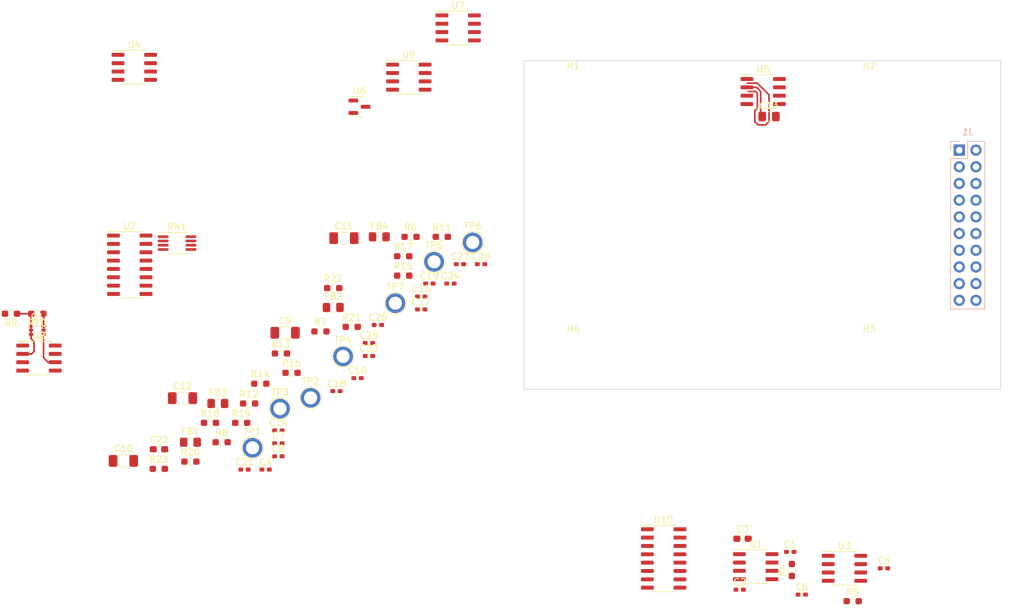
<source format=kicad_pcb>
(kicad_pcb (version 20211014) (generator pcbnew)
  (layers (0 "F.Cu" signal) (31 "B.Cu" signal) (34 "B.Paste" user) (35 "F.Paste" user) (36 "B.SilkS" user "B.Silkscreen") (37 "F.SilkS" user "F.Silkscreen") (38 "B.Mask" user) (39 "F.Mask" user) (44 "Edge.Cuts" user))
  (net 0 "")
  (net 1 "+15V")
  (net 2 "GNDA")
  (net 3 "-15V")
  (net 4 "Net-(C3-Pad1)")
  (net 5 "Net-(C3-Pad2)")
  (net 6 "+3V3")
  (net 7 "GND")
  (net 8 "/SUM_NODE")
  (net 9 "Net-(C13-Pad2)")
  (net 10 "GNDREF")
  (net 11 "/+VREF_Z")
  (net 12 "Net-(C21-Pad1)")
  (net 13 "Net-(C21-Pad2)")
  (net 14 "/DS_CMP+")
  (net 15 "Net-(FB1-Pad1)")
  (net 16 "Net-(FB2-Pad1)")
  (net 17 "Net-(FB3-Pad1)")
  (net 18 "Net-(FB4-Pad2)")
  (net 20 "/SLOPE_CMP+")
  (net 22 "/VREF_CMP-")
  (net 25 "/M1")
  (net 27 "/M2")
  (net 29 "/M3")
  (net 31 "/S1")
  (net 32 "/DS_OUT")
  (net 33 "/S2")
  (net 34 "/DGND")
  (net 35 "/S3")
  (net 36 "Net-(R10-Pad2)")
  (net 37 "/SLOPE_OUT")
  (net 38 "/VIN_BUFFERED")
  (net 39 "Net-(R6-Pad1)")
  (net 40 "Net-(R6-Pad2)")
  (net 41 "GNDS")
  (net 42 "Net-(R11-Pad1)")
  (net 43 "/+VREF")
  (net 44 "/-VREF")
  (net 46 "Net-(U2-Pad4)")
  (net 47 "Net-(U2-Pad15)")
  (net 48 "Net-(U2-Pad14)")
  (net 50 "Net-(TP1-Pad1)")
  (net 52 "/VIN")
  (footprint "Package_TO_SOT_SMD:SOT-23" (layer "F.Cu") (at 97.5 82)
    (fp_text reference "U6" (at 0 -2.4) (layer "F.SilkS"))
    (fp_text value "LM4040DBZ-10")
    (pad "1" smd roundrect (at -0.9375 -0.95) (size 1.475 0.6) (layers "F.Cu" "F.Paste" "F.Mask") (net 11 "/+VREF_Z"))
    (pad "2" smd roundrect (at -0.9375 0.95) (size 1.475 0.6) (layers "F.Cu" "F.Paste" "F.Mask") (net 10 "GNDREF"))
    (pad "3" smd roundrect (at 0.9375 0) (size 1.475 0.6) (layers "F.Cu" "F.Paste" "F.Mask"))
  )
  (footprint "Package_SO:SOIC-8_3.9x4.9mm_P1.27mm" (layer "F.Cu") (at 158.885 79.68)
    (fp_text reference "U5" (at 0 -3.4) (layer "F.SilkS"))
    (fp_text value "OPA172ID")
    (pad "1" smd roundrect (at -2.475 -1.905) (size 1.95 0.6) (layers "F.Cu" "F.Paste" "F.Mask"))
    (pad "2" smd roundrect (at -2.475 -0.635) (size 1.95 0.6) (layers "F.Cu" "F.Paste" "F.Mask") (net 8 "/SUM_NODE"))
    (pad "3" smd roundrect (at -2.475 0.635) (size 1.95 0.6) (layers "F.Cu" "F.Paste" "F.Mask") (net 40 "Net-(R6-Pad2)"))
    (pad "4" smd roundrect (at -2.475 1.905) (size 1.95 0.6) (layers "F.Cu" "F.Paste" "F.Mask") (net 3 "-15V"))
    (pad "5" smd roundrect (at 2.475 1.905) (size 1.95 0.6) (layers "F.Cu" "F.Paste" "F.Mask"))
    (pad "6" smd roundrect (at 2.475 0.635) (size 1.95 0.6) (layers "F.Cu" "F.Paste" "F.Mask") (net 9 "Net-(C13-Pad2)"))
    (pad "7" smd roundrect (at 2.475 -0.635) (size 1.95 0.6) (layers "F.Cu" "F.Paste" "F.Mask") (net 1 "+15V"))
    (pad "8" smd roundrect (at 2.475 -1.905) (size 1.95 0.6) (layers "F.Cu" "F.Paste" "F.Mask"))
  )
  (footprint "Capacitor_SMD:C_0402_1005Metric_Pad0.74x0.62mm_HandSolder" (layer "F.Cu") (at 80.01 137.22)
    (fp_text reference "C21" (at 0 -1.16) (layer "F.SilkS"))
    (fp_text value "22p")
    (pad "1" smd roundrect (at -0.5675 0) (size 0.735 0.62) (layers "F.Cu" "F.Paste" "F.Mask") (net 12 "Net-(C21-Pad1)"))
    (pad "2" smd roundrect (at 0.5675 0) (size 0.735 0.62) (layers "F.Cu" "F.Paste" "F.Mask") (net 13 "Net-(C21-Pad2)"))
  )
  (footprint "Capacitor_SMD:C_0402_1005Metric_Pad0.74x0.62mm_HandSolder" (layer "F.Cu") (at 163 149.75)
    (fp_text reference "C1" (at 0 -1.16) (layer "F.SilkS"))
    (fp_text value "100n")
    (pad "1" smd roundrect (at -0.5675 0) (size 0.735 0.62) (layers "F.Cu" "F.Paste" "F.Mask") (net 1 "+15V"))
    (pad "2" smd roundrect (at 0.5675 0) (size 0.735 0.62) (layers "F.Cu" "F.Paste" "F.Mask") (net 2 "GNDA"))
  )
  (footprint "Resistor_SMD:R_0603_1608Metric_Pad0.98x0.95mm_HandSolder" (layer "F.Cu") (at 93.5 109.6)
    (fp_text reference "R22" (at 0 -1.43) (layer "F.SilkS"))
    (fp_text value "0R")
    (pad "1" smd roundrect (at -0.9125 0) (size 0.975 0.95) (layers "F.Cu" "F.Paste" "F.Mask") (net 34 "/DGND"))
    (pad "2" smd roundrect (at 0.9125 0) (size 0.975 0.95) (layers "F.Cu" "F.Paste" "F.Mask") (net 7 "GND"))
  )
  (footprint "MountingHole:MountingHole_3.2mm_M3" (layer "F.Cu") (at 175 120)
    (fp_text reference "H3" (at 0 -4.2) (layer "F.SilkS"))
    (fp_text value "M3")
    (pad "" np_thru_hole circle (at 0 0) (size 3.2 3.2) (drill 3.2) (layers *.Cu *.Mask))
  )
  (footprint "Resistor_SMD:R_0603_1608Metric_Pad0.98x0.95mm_HandSolder" (layer "F.Cu") (at 82.41 124.15)
    (fp_text reference "R14" (at 0 -1.43) (layer "F.SilkS"))
    (fp_text value "1K")
    (pad "1" smd roundrect (at -0.9125 0) (size 0.975 0.95) (layers "F.Cu" "F.Paste" "F.Mask") (net 44 "/-VREF"))
    (pad "2" smd roundrect (at 0.9125 0) (size 0.975 0.95) (layers "F.Cu" "F.Paste" "F.Mask") (net 42 "Net-(R11-Pad1)"))
  )
  (footprint "Resistor_SMD:R_0603_1608Metric_Pad0.98x0.95mm_HandSolder" (layer "F.Cu") (at 85.55 119.55)
    (fp_text reference "R13" (at 0 -1.43) (layer "F.SilkS"))
    (fp_text value "39K")
    (pad "1" smd roundrect (at -0.9125 0) (size 0.975 0.95) (layers "F.Cu" "F.Paste" "F.Mask") (net 14 "/DS_CMP+"))
    (pad "2" smd roundrect (at 0.9125 0) (size 0.975 0.95) (layers "F.Cu" "F.Paste" "F.Mask") (net 37 "/SLOPE_OUT"))
  )
  (footprint "Package_SO:SOIC-8_3.9x4.9mm_P1.27mm" (layer "F.Cu") (at 112.5 70)
    (fp_text reference "U7" (at 0 -3.4) (layer "F.SilkS"))
    (fp_text value "OP07")
    (pad "1" smd roundrect (at -2.475 -1.905) (size 1.95 0.6) (layers "F.Cu" "F.Paste" "F.Mask"))
    (pad "2" smd roundrect (at -2.475 -0.635) (size 1.95 0.6) (layers "F.Cu" "F.Paste" "F.Mask") (net 43 "/+VREF"))
    (pad "3" smd roundrect (at -2.475 0.635) (size 1.95 0.6) (layers "F.Cu" "F.Paste" "F.Mask") (net 11 "/+VREF_Z"))
    (pad "4" smd roundrect (at -2.475 1.905) (size 1.95 0.6) (layers "F.Cu" "F.Paste" "F.Mask") (net 3 "-15V"))
    (pad "5" smd roundrect (at 2.475 1.905) (size 1.95 0.6) (layers "F.Cu" "F.Paste" "F.Mask"))
    (pad "6" smd roundrect (at 2.475 0.635) (size 1.95 0.6) (layers "F.Cu" "F.Paste" "F.Mask") (net 43 "/+VREF"))
    (pad "7" smd roundrect (at 2.475 -0.635) (size 1.95 0.6) (layers "F.Cu" "F.Paste" "F.Mask") (net 1 "+15V"))
    (pad "8" smd roundrect (at 2.475 -1.905) (size 1.95 0.6) (layers "F.Cu" "F.Paste" "F.Mask"))
  )
  (footprint "Package_SO:MSOP-8_3x3mm_P0.65mm" (layer "F.Cu") (at 69.75 102.75)
    (fp_text reference "RN1" (at 0 -2.45) (layer "F.SilkS"))
    (fp_text value "MORNTA5002QT5")
    (pad "1" smd roundrect (at -2.1125 -0.975) (size 1.625 0.4) (layers "F.Cu" "F.Paste" "F.Mask"))
    (pad "2" smd roundrect (at -2.1125 -0.325) (size 1.625 0.4) (layers "F.Cu" "F.Paste" "F.Mask") (net 46 "Net-(U2-Pad4)"))
    (pad "3" smd roundrect (at -2.1125 0.325) (size 1.625 0.4) (layers "F.Cu" "F.Paste" "F.Mask") (net 47 "Net-(U2-Pad15)"))
    (pad "4" smd roundrect (at -2.1125 0.975) (size 1.625 0.4) (layers "F.Cu" "F.Paste" "F.Mask") (net 48 "Net-(U2-Pad14)"))
    (pad "5" smd roundrect (at 2.1125 0.975) (size 1.625 0.4) (layers "F.Cu" "F.Paste" "F.Mask") (net 38 "/VIN_BUFFERED"))
    (pad "6" smd roundrect (at 2.1125 0.325) (size 1.625 0.4) (layers "F.Cu" "F.Paste" "F.Mask") (net 43 "/+VREF"))
    (pad "7" smd roundrect (at 2.1125 -0.325) (size 1.625 0.4) (layers "F.Cu" "F.Paste" "F.Mask") (net 44 "/-VREF"))
    (pad "8" smd roundrect (at 2.1125 -0.975) (size 1.625 0.4) (layers "F.Cu" "F.Paste" "F.Mask"))
  )
  (footprint "Resistor_SMD:R_0603_1608Metric_Pad0.98x0.95mm_HandSolder" (layer "F.Cu") (at 104.14 107.7)
    (fp_text reference "R15" (at 0 -1.43) (layer "F.SilkS"))
    (fp_text value "39K")
    (pad "1" smd roundrect (at -0.9125 0) (size 0.975 0.95) (layers "F.Cu" "F.Paste" "F.Mask") (net 6 "+3V3"))
    (pad "2" smd roundrect (at 0.9125 0) (size 0.975 0.95) (layers "F.Cu" "F.Paste" "F.Mask") (net 14 "/DS_CMP+"))
  )
  (footprint "Capacitor_SMD:C_0402_1005Metric_Pad0.74x0.62mm_HandSolder" (layer "F.Cu") (at 177.25 152.25)
    (fp_text reference "C5" (at 0 -1.16) (layer "F.SilkS"))
    (fp_text value "100n")
    (pad "1" smd roundrect (at -0.5675 0) (size 0.735 0.62) (layers "F.Cu" "F.Paste" "F.Mask") (net 1 "+15V"))
    (pad "2" smd roundrect (at 0.5675 0) (size 0.735 0.62) (layers "F.Cu" "F.Paste" "F.Mask") (net 2 "GNDA"))
  )
  (footprint "Resistor_SMD:R_0603_1608Metric_Pad0.98x0.95mm_HandSolder" (layer "F.Cu") (at 110.01 101.8)
    (fp_text reference "R11" (at 0 -1.43) (layer "F.SilkS"))
    (fp_text value "1K")
    (pad "1" smd roundrect (at -0.9125 0) (size 0.975 0.95) (layers "F.Cu" "F.Paste" "F.Mask") (net 42 "Net-(R11-Pad1)"))
    (pad "2" smd roundrect (at 0.9125 0) (size 0.975 0.95) (layers "F.Cu" "F.Paste" "F.Mask") (net 43 "/+VREF"))
  )
  (footprint "Capacitor_SMD:C_0402_1005Metric_Pad0.74x0.62mm_HandSolder" (layer "F.Cu") (at 97.2 123.31)
    (fp_text reference "C16" (at 0 -1.16) (layer "F.SilkS"))
    (fp_text value "100n")
    (pad "1" smd roundrect (at -0.5675 0) (size 0.735 0.62) (layers "F.Cu" "F.Paste" "F.Mask") (net 10 "GNDREF"))
    (pad "2" smd roundrect (at 0.5675 0) (size 0.735 0.62) (layers "F.Cu" "F.Paste" "F.Mask") (net 11 "/+VREF_Z"))
  )
  (footprint "Capacitor_SMD:C_0402_1005Metric_Pad0.74x0.62mm_HandSolder" (layer "F.Cu") (at 106.88 112.85)
    (fp_text reference "C17" (at 0 -1.16) (layer "F.SilkS"))
    (fp_text value "100n")
    (pad "1" smd roundrect (at -0.5675 0) (size 0.735 0.62) (layers "F.Cu" "F.Paste" "F.Mask") (net 1 "+15V"))
    (pad "2" smd roundrect (at 0.5675 0) (size 0.735 0.62) (layers "F.Cu" "F.Paste" "F.Mask") (net 2 "GNDA"))
  )
  (footprint "Resistor_SMD:R_0603_1608Metric_Pad0.98x0.95mm_HandSolder" (layer "F.Cu") (at 172.5 157.25)
    (fp_text reference "R5" (at 0 -1.43) (layer "F.SilkS"))
    (fp_text value "1K")
    (pad "1" smd roundrect (at -0.9125 0) (size 0.975 0.95) (layers "F.Cu" "F.Paste" "F.Mask") (net 4 "Net-(C3-Pad1)"))
    (pad "2" smd roundrect (at 0.9125 0) (size 0.975 0.95) (layers "F.Cu" "F.Paste" "F.Mask") (net 38 "/VIN_BUFFERED"))
  )
  (footprint "MountingHole:MountingHole_3.2mm_M3" (layer "F.Cu") (at 130 80)
    (fp_text reference "H1" (at 0 -4.2) (layer "F.SilkS"))
    (fp_text value "M3")
    (pad "" np_thru_hole circle (at 0 0) (size 3.2 3.2) (drill 3.2) (layers *.Cu *.Mask))
  )
  (footprint "MountingHole:MountingHole_3.2mm_M3" (layer "F.Cu") (at 130 120)
    (fp_text reference "H4" (at 0 -4.2) (layer "F.SilkS"))
    (fp_text value "M3")
    (pad "" np_thru_hole circle (at 0 0) (size 3.2 3.2) (drill 3.2) (layers *.Cu *.Mask))
  )
  (footprint "Inductor_SMD:L_0805_2012Metric_Pad1.15x1.40mm_HandSolder" (layer "F.Cu") (at 71.78 133.06)
    (fp_text reference "FB1" (at 0 -1.65) (layer "F.SilkS"))
    (fp_text value "100R")
    (pad "1" smd roundrect (at -1.025 0) (size 1.15 1.4) (layers "F.Cu" "F.Paste" "F.Mask") (roundrect_rratio 0.217391) (net 15 "Net-(FB1-Pad1)"))
    (pad "2" smd roundrect (at 1.025 0) (size 1.15 1.4) (layers "F.Cu" "F.Paste" "F.Mask") (roundrect_rratio 0.217391) (net 2 "GNDA"))
  )
  (footprint "Capacitor_SMD:C_0402_1005Metric_Pad0.74x0.62mm_HandSolder" (layer "F.Cu") (at 106.88 110.88)
    (fp_text reference "C15" (at 0 -1.16) (layer "F.SilkS"))
    (fp_text value "100n")
    (pad "1" smd roundrect (at -0.5675 0) (size 0.735 0.62) (layers "F.Cu" "F.Paste" "F.Mask") (net 3 "-15V"))
    (pad "2" smd roundrect (at 0.5675 0) (size 0.735 0.62) (layers "F.Cu" "F.Paste" "F.Mask") (net 2 "GNDA"))
  )
  (footprint "MountingHole:MountingHole_3.2mm_M3" (layer "F.Cu") (at 175 80)
    (fp_text reference "H2" (at 0 -4.2) (layer "F.SilkS"))
    (fp_text value "M3")
    (pad "" np_thru_hole circle (at 0 0) (size 3.2 3.2) (drill 3.2) (layers *.Cu *.Mask))
  )
  (footprint "TestPoint:TestPoint_Plated_Hole_D2.0mm" (layer "F.Cu") (at 102.95 111.9)
    (fp_text reference "TP7" (at 0 -2.498) (layer "F.SilkS"))
    (fp_text value "VREF_IN+")
    (pad "1" thru_hole circle (at 0 0) (size 3 3) (drill 2) (layers *.Cu *.Mask) (net 11 "/+VREF_Z"))
  )
  (footprint "Resistor_SMD:R_0603_1608Metric_Pad0.98x0.95mm_HandSolder" (layer "F.Cu") (at 91.56 116.2)
    (fp_text reference "R7" (at 0 -1.43) (layer "F.SilkS"))
    (fp_text value "1K")
    (pad "1" smd roundrect (at -0.9125 0) (size 0.975 0.95) (layers "F.Cu" "F.Paste" "F.Mask") (net 41 "GNDS"))
    (pad "2" smd roundrect (at 0.9125 0) (size 0.975 0.95) (layers "F.Cu" "F.Paste" "F.Mask") (net 40 "Net-(R6-Pad2)"))
  )
  (footprint "Resistor_SMD:R_0603_1608Metric_Pad0.98x0.95mm_HandSolder" (layer "F.Cu") (at 104.14 104.75)
    (fp_text reference "R17" (at 0 -1.43) (layer "F.SilkS"))
    (fp_text value "195K")
    (pad "1" smd roundrect (at -0.9125 0) (size 0.975 0.95) (layers "F.Cu" "F.Paste" "F.Mask") (net 32 "/DS_OUT"))
    (pad "2" smd roundrect (at 0.9125 0) (size 0.975 0.95) (layers "F.Cu" "F.Paste" "F.Mask") (net 14 "/DS_CMP+"))
  )
  (footprint "Capacitor_SMD:C_0402_1005Metric_Pad0.74x0.62mm_HandSolder" (layer "F.Cu") (at 93.99 125.28)
    (fp_text reference "C18" (at 0 -1.16) (layer "F.SilkS"))
    (fp_text value "100n")
    (pad "1" smd roundrect (at -0.5675 0) (size 0.735 0.62) (layers "F.Cu" "F.Paste" "F.Mask") (net 3 "-15V"))
    (pad "2" smd roundrect (at 0.5675 0) (size 0.735 0.62) (layers "F.Cu" "F.Paste" "F.Mask") (net 2 "GNDA"))
  )
  (footprint "Resistor_SMD:R_0603_1608Metric_Pad0.98x0.95mm_HandSolder" (layer "F.Cu") (at 80.71 127.16)
    (fp_text reference "R12" (at 0 -1.43) (layer "F.SilkS"))
    (fp_text value "39K")
    (pad "1" smd roundrect (at -0.9125 0) (size 0.975 0.95) (layers "F.Cu" "F.Paste" "F.Mask") (net 20 "/SLOPE_CMP+"))
    (pad "2" smd roundrect (at 0.9125 0) (size 0.975 0.95) (layers "F.Cu" "F.Paste" "F.Mask") (net 37 "/SLOPE_OUT"))
  )
  (footprint "Capacitor_SMD:C_0402_1005Metric_Pad0.74x0.62mm_HandSolder" (layer "F.Cu") (at 85.16 135.2)
    (fp_text reference "C8" (at 0 -1.16) (layer "F.SilkS"))
    (fp_text value "100n")
    (pad "1" smd roundrect (at -0.5675 0) (size 0.735 0.62) (layers "F.Cu" "F.Paste" "F.Mask") (net 3 "-15V"))
    (pad "2" smd roundrect (at 0.5675 0) (size 0.735 0.62) (layers "F.Cu" "F.Paste" "F.Mask") (net 2 "GNDA"))
  )
  (footprint "TestPoint:TestPoint_Plated_Hole_D2.0mm" (layer "F.Cu") (at 95 120)
    (fp_text reference "TP4" (at 0 -2.498) (layer "F.SilkS"))
    (fp_text value "GND")
    (pad "1" thru_hole circle (at 0 0) (size 3 3) (drill 2) (layers *.Cu *.Mask) (net 7 "GND"))
  )
  (footprint "Capacitor_SMD:C_0402_1005Metric_Pad0.74x0.62mm_HandSolder" (layer "F.Cu") (at 85.16 131.26)
    (fp_text reference "C14" (at 0 -1.16) (layer "F.SilkS"))
    (fp_text value "100n")
    (pad "1" smd roundrect (at -0.5675 0) (size 0.735 0.62) (layers "F.Cu" "F.Paste" "F.Mask") (net 1 "+15V"))
    (pad "2" smd roundrect (at 0.5675 0) (size 0.735 0.62) (layers "F.Cu" "F.Paste" "F.Mask") (net 2 "GNDA"))
  )
  (footprint "Package_TO_SOT_SMD:SOT-363_SC-70-6" (layer "F.Cu") (at 48.5 116)
    (fp_text reference "Q1" (at 0 -2) (layer "F.SilkS"))
    (fp_text value "BC847DW")
    (pad "1" smd rect (at -0.95 -0.65) (size 0.65 0.4) (layers "F.Cu" "F.Paste" "F.Mask") (net 36 "Net-(R10-Pad2)"))
    (pad "2" smd rect (at -0.95 0) (size 0.65 0.4) (layers "F.Cu" "F.Paste" "F.Mask") (net 36 "Net-(R10-Pad2)"))
    (pad "3" smd rect (at -0.95 0.65) (size 0.65 0.4) (layers "F.Cu" "F.Paste" "F.Mask") (net 36 "Net-(R10-Pad2)"))
    (pad "4" smd rect (at 0.95 0.65) (size 0.65 0.4) (layers "F.Cu" "F.Paste" "F.Mask") (net 37 "/SLOPE_OUT"))
    (pad "5" smd rect (at 0.95 0) (size 0.65 0.4) (layers "F.Cu" "F.Paste" "F.Mask") (net 37 "/SLOPE_OUT"))
    (pad "6" smd rect (at 0.95 -0.65) (size 0.65 0.4) (layers "F.Cu" "F.Paste" "F.Mask") (net 37 "/SLOPE_OUT"))
  )
  (footprint "Inductor_SMD:L_0805_2012Metric_Pad1.15x1.40mm_HandSolder" (layer "F.Cu") (at 75.96 127.16)
    (fp_text reference "FB3" (at 0 -1.65) (layer "F.SilkS"))
    (fp_text value "100R")
    (pad "1" smd roundrect (at -1.025 0) (size 1.15 1.4) (layers "F.Cu" "F.Paste" "F.Mask") (roundrect_rratio 0.217391) (net 17 "Net-(FB3-Pad1)"))
    (pad "2" smd roundrect (at 1.025 0) (size 1.15 1.4) (layers "F.Cu" "F.Paste" "F.Mask") (roundrect_rratio 0.217391) (net 8 "/SUM_NODE"))
  )
  (footprint "Resistor_SMD:R_0603_1608Metric_Pad0.98x0.95mm_HandSolder" (layer "F.Cu") (at 71.78 136.01)
    (fp_text reference "R20" (at 0 -1.43) (layer "F.SilkS"))
    (fp_text value "0R")
    (pad "1" smd roundrect (at -0.9125 0) (size 0.975 0.95) (layers "F.Cu" "F.Paste" "F.Mask") (net 34 "/DGND"))
    (pad "2" smd roundrect (at 0.9125 0) (size 0.975 0.95) (layers "F.Cu" "F.Paste" "F.Mask") (net 2 "GNDA"))
  )
  (footprint "Capacitor_SMD:C_0805_2012Metric_Pad1.18x1.45mm_HandSolder" (layer "F.Cu") (at 159.774 83.49)
    (fp_text reference "C13" (at 0 -1.68) (layer "F.SilkS"))
    (fp_text value "2n2")
    (pad "1" smd roundrect (at -1.0375 0) (size 1.175 1.45) (layers "F.Cu" "F.Paste" "F.Mask") (roundrect_rratio 0.212766) (net 8 "/SUM_NODE"))
    (pad "2" smd roundrect (at 1.0375 0) (size 1.175 1.45) (layers "F.Cu" "F.Paste" "F.Mask") (roundrect_rratio 0.212766) (net 9 "Net-(C13-Pad2)"))
  )
  (footprint "TestPoint:TestPoint_Plated_Hole_D2.0mm" (layer "F.Cu") (at 90.06 126.3)
    (fp_text reference "TP2" (at 0 -2.498) (layer "F.SilkS"))
    (fp_text value "VIN-")
    (pad "1" thru_hole circle (at 0 0) (size 3 3) (drill 2) (layers *.Cu *.Mask) (net 41 "GNDS"))
  )
  (footprint "Resistor_SMD:R_0603_1608Metric_Pad0.98x0.95mm_HandSolder" (layer "F.Cu") (at 96.31 115.5)
    (fp_text reference "R21" (at 0 -1.43) (layer "F.SilkS"))
    (fp_text value "0R")
    (pad "1" smd roundrect (at -0.9125 0) (size 0.975 0.95) (layers "F.Cu" "F.Paste" "F.Mask") (net 34 "/DGND"))
    (pad "2" smd roundrect (at 0.9125 0) (size 0.975 0.95) (layers "F.Cu" "F.Paste" "F.Mask") (net 10 "GNDREF"))
  )
  (footprint "Capacitor_SMD:C_1206_3216Metric_Pad1.33x1.80mm_HandSolder" (layer "F.Cu") (at 70.58 126.35)
    (fp_text reference "C12" (at 0 -1.85) (layer "F.SilkS"))
    (fp_text value "22u")
    (pad "1" smd roundrect (at -1.5625 0) (size 1.325 1.8) (layers "F.Cu" "F.Paste" "F.Mask") (roundrect_rratio 0.188679) (net 1 "+15V"))
    (pad "2" smd roundrect (at 1.5625 0) (size 1.325 1.8) (layers "F.Cu" "F.Paste" "F.Mask") (roundrect_rratio 0.188679) (net 7 "GND"))
  )
  (footprint "Capacitor_SMD:C_0402_1005Metric_Pad0.74x0.62mm_HandSolder" (layer "F.Cu") (at 108.12 108.91)
    (fp_text reference "C19" (at 0 -1.16) (layer "F.SilkS"))
    (fp_text value "100n")
    (pad "1" smd roundrect (at -0.5675 0) (size 0.735 0.62) (layers "F.Cu" "F.Paste" "F.Mask") (net 1 "+15V"))
    (pad "2" smd roundrect (at 0.5675 0) (size 0.735 0.62) (layers "F.Cu" "F.Paste" "F.Mask") (net 2 "GNDA"))
  )
  (footprint "Inductor_SMD:L_0805_2012Metric_Pad1.15x1.40mm_HandSolder" (layer "F.Cu") (at 93.5 112.55)
    (fp_text reference "FB2" (at 0 -1.65) (layer "F.SilkS"))
    (fp_text value "100R")
    (pad "1" smd roundrect (at -1.025 0) (size 1.15 1.4) (layers "F.Cu" "F.Paste" "F.Mask") (roundrect_rratio 0.217391) (net 16 "Net-(FB2-Pad1)"))
    (pad "2" smd roundrect (at 1.025 0) (size 1.15 1.4) (layers "F.Cu" "F.Paste" "F.Mask") (roundrect_rratio 0.217391) (net 2 "GNDA"))
  )
  (footprint "Package_SO:SOIC-16_3.9x9.9mm_P1.27mm" (layer "F.Cu") (at 62.55 106.05)
    (fp_text reference "U2" (at 0 -5.9) (layer "F.SilkS"))
    (fp_text value "SN74LV4053ADR")
    (pad "1" smd roundrect (at -2.475 -4.445) (size 1.95 0.6) (layers "F.Cu" "F.Paste" "F.Mask") (net 15 "Net-(FB1-Pad1)"))
    (pad "2" smd roundrect (at -2.475 -3.175) (size 1.95 0.6) (layers "F.Cu" "F.Paste" "F.Mask") (net 18 "Net-(FB4-Pad2)"))
    (pad "3" smd roundrect (at -2.475 -1.905) (size 1.95 0.6) (layers "F.Cu" "F.Paste" "F.Mask") (net 15 "Net-(FB1-Pad1)"))
    (pad "4" smd roundrect (at -2.475 -0.635) (size 1.95 0.6) (layers "F.Cu" "F.Paste" "F.Mask") (net 46 "Net-(U2-Pad4)"))
    (pad "5" smd roundrect (at -2.475 0.635) (size 1.95 0.6) (layers "F.Cu" "F.Paste" "F.Mask") (net 18 "Net-(FB4-Pad2)"))
    (pad "6" smd roundrect (at -2.475 1.905) (size 1.95 0.6) (layers "F.Cu" "F.Paste" "F.Mask") (net 7 "GND"))
    (pad "7" smd roundrect (at -2.475 3.175) (size 1.95 0.6) (layers "F.Cu" "F.Paste" "F.Mask") (net 7 "GND"))
    (pad "8" smd roundrect (at -2.475 4.445) (size 1.95 0.6) (layers "F.Cu" "F.Paste" "F.Mask") (net 7 "GND"))
    (pad "9" smd roundrect (at 2.475 4.445) (size 1.95 0.6) (layers "F.Cu" "F.Paste" "F.Mask") (net 35 "/S3"))
    (pad "10" smd roundrect (at 2.475 3.175) (size 1.95 0.6) (layers "F.Cu" "F.Paste" "F.Mask") (net 33 "/S2"))
    (pad "11" smd roundrect (at 2.475 1.905) (size 1.95 0.6) (layers "F.Cu" "F.Paste" "F.Mask") (net 31 "/S1"))
    (pad "12" smd roundrect (at 2.475 0.635) (size 1.95 0.6) (layers "F.Cu" "F.Paste" "F.Mask") (net 17 "Net-(FB3-Pad1)"))
    (pad "13" smd roundrect (at 2.475 -0.635) (size 1.95 0.6) (layers "F.Cu" "F.Paste" "F.Mask") (net 16 "Net-(FB2-Pad1)"))
    (pad "14" smd roundrect (at 2.475 -1.905) (size 1.95 0.6) (layers "F.Cu" "F.Paste" "F.Mask") (net 48 "Net-(U2-Pad14)"))
    (pad "15" smd roundrect (at 2.475 -3.175) (size 1.95 0.6) (layers "F.Cu" "F.Paste" "F.Mask") (net 47 "Net-(U2-Pad15)"))
    (pad "16" smd roundrect (at 2.475 -4.445) (size 1.95 0.6) (layers "F.Cu" "F.Paste" "F.Mask") (net 6 "+3V3"))
  )
  (footprint "Package_SO:SOIC-8_3.9x4.9mm_P1.27mm" (layer "F.Cu") (at 48.75 120.25)
    (fp_text reference "U8" (at 0 -3.4) (layer "F.SilkS"))
    (fp_text value "NE5534")
    (pad "1" smd roundrect (at -2.475 -1.905) (size 1.95 0.6) (layers "F.Cu" "F.Paste" "F.Mask"))
    (pad "2" smd roundrect (at -2.475 -0.635) (size 1.95 0.6) (layers "F.Cu" "F.Paste" "F.Mask") (net 36 "Net-(R10-Pad2)"))
    (pad "3" smd roundrect (at -2.475 0.635) (size 1.95 0.6) (layers "F.Cu" "F.Paste" "F.Mask") (net 41 "GNDS"))
    (pad "4" smd roundrect (at -2.475 1.905) (size 1.95 0.6) (layers "F.Cu" "F.Paste" "F.Mask") (net 3 "-15V"))
    (pad "5" smd roundrect (at 2.475 1.905) (size 1.95 0.6) (layers "F.Cu" "F.Paste" "F.Mask") (net 12 "Net-(C21-Pad1)"))
    (pad "6" smd roundrect (at 2.475 0.635) (size 1.95 0.6) (layers "F.Cu" "F.Paste" "F.Mask") (net 37 "/SLOPE_OUT"))
    (pad "7" smd roundrect (at 2.475 -0.635) (size 1.95 0.6) (layers "F.Cu" "F.Paste" "F.Mask") (net 1 "+15V"))
    (pad "8" smd roundrect (at 2.475 -1.905) (size 1.95 0.6) (layers "F.Cu" "F.Paste" "F.Mask") (net 13 "Net-(C21-Pad2)"))
  )
  (footprint "Resistor_SMD:R_0603_1608Metric_Pad0.98x0.95mm_HandSolder" (layer "F.Cu") (at 163.25 152.5 90)
    (fp_text reference "R4" (at 0 -1.43 90) (layer "F.SilkS"))
    (fp_text value "10K")
    (pad "1" smd roundrect (at -0.9125 0 90) (size 0.975 0.95) (layers "F.Cu" "F.Paste" "F.Mask") (net 5 "Net-(C3-Pad2)"))
    (pad "2" smd roundrect (at 0.9125 0 90) (size 0.975 0.95) (layers "F.Cu" "F.Paste" "F.Mask") (net 1 "+15V"))
  )
  (footprint "Capacitor_SMD:C_0402_1005Metric_Pad0.74x0.62mm_HandSolder" (layer "F.Cu") (at 111.33 108.91)
    (fp_text reference "C24" (at 0 -1.16) (layer "F.SilkS"))
    (fp_text value "100n")
    (pad "1" smd roundrect (at -0.5675 0) (size 0.735 0.62) (layers "F.Cu" "F.Paste" "F.Mask") (net 3 "-15V"))
    (pad "2" smd roundrect (at 0.5675 0) (size 0.735 0.62) (layers "F.Cu" "F.Paste" "F.Mask") (net 2 "GNDA"))
  )
  (footprint "Package_SO:SOIC-16_3.9x9.9mm_P1.27mm" (layer "F.Cu") (at 143.75 150.75)
    (fp_text reference "U10" (at 0 -5.9) (layer "F.SilkS"))
    (fp_text value "DG412xY")
    (pad "1" smd roundrect (at -2.475 -4.445) (size 1.95 0.6) (layers "F.Cu" "F.Paste" "F.Mask") (net 25 "/M1"))
    (pad "2" smd roundrect (at -2.475 -3.175) (size 1.95 0.6) (layers "F.Cu" "F.Paste" "F.Mask") (net 50 "Net-(TP1-Pad1)"))
    (pad "3" smd roundrect (at -2.475 -1.905) (size 1.95 0.6) (layers "F.Cu" "F.Paste" "F.Mask") (net 52 "/VIN"))
    (pad "4" smd roundrect (at -2.475 -0.635) (size 1.95 0.6) (layers "F.Cu" "F.Paste" "F.Mask") (net 3 "-15V"))
    (pad "5" smd roundrect (at -2.475 0.635) (size 1.95 0.6) (layers "F.Cu" "F.Paste" "F.Mask") (net 7 "GND"))
    (pad "6" smd roundrect (at -2.475 1.905) (size 1.95 0.6) (layers "F.Cu" "F.Paste" "F.Mask") (net 11 "/+VREF_Z"))
    (pad "7" smd roundrect (at -2.475 3.175) (size 1.95 0.6) (layers "F.Cu" "F.Paste" "F.Mask") (net 52 "/VIN"))
    (pad "8" smd roundrect (at -2.475 4.445) (size 1.95 0.6) (layers "F.Cu" "F.Paste" "F.Mask") (net 27 "/M2"))
    (pad "9" smd roundrect (at 2.475 4.445) (size 1.95 0.6) (layers "F.Cu" "F.Paste" "F.Mask") (net 29 "/M3"))
    (pad "10" smd roundrect (at 2.475 3.175) (size 1.95 0.6) (layers "F.Cu" "F.Paste" "F.Mask") (net 41 "GNDS"))
    (pad "11" smd roundrect (at 2.475 1.905) (size 1.95 0.6) (layers "F.Cu" "F.Paste" "F.Mask") (net 52 "/VIN"))
    (pad "12" smd roundrect (at 2.475 0.635) (size 1.95 0.6) (layers "F.Cu" "F.Paste" "F.Mask") (net 6 "+3V3"))
    (pad "13" smd roundrect (at 2.475 -0.635) (size 1.95 0.6) (layers "F.Cu" "F.Paste" "F.Mask") (net 1 "+15V"))
    (pad "14" smd roundrect (at 2.475 -1.905) (size 1.95 0.6) (layers "F.Cu" "F.Paste" "F.Mask"))
    (pad "15" smd roundrect (at 2.475 -3.175) (size 1.95 0.6) (layers "F.Cu" "F.Paste" "F.Mask"))
    (pad "16" smd roundrect (at 2.475 -4.445) (size 1.95 0.6) (layers "F.Cu" "F.Paste" "F.Mask") (net 7 "GND"))
  )
  (footprint "Resistor_SMD:R_0603_1608Metric_Pad0.98x0.95mm_HandSolder" (layer "F.Cu") (at 48.5 113.5 180)
    (fp_text reference "R10" (at 0 -1.43 180) (layer "F.SilkS"))
    (fp_text value "47K")
    (pad "1" smd roundrect (at -0.9125 0 180) (size 0.975 0.95) (layers "F.Cu" "F.Paste" "F.Mask") (net 37 "/SLOPE_OUT"))
    (pad "2" smd roundrect (at 0.9125 0 180) (size 0.975 0.95) (layers "F.Cu" "F.Paste" "F.Mask") (net 36 "Net-(R10-Pad2)"))
  )
  (footprint "Resistor_SMD:R_0603_1608Metric_Pad0.98x0.95mm_HandSolder" (layer "F.Cu") (at 74.76 130.11)
    (fp_text reference "R18" (at 0 -1.43) (layer "F.SilkS"))
    (fp_text value "10K")
    (pad "1" smd roundrect (at -0.9125 0) (size 0.975 0.95) (layers "F.Cu" "F.Paste" "F.Mask") (net 6 "+3V3"))
    (pad "2" smd roundrect (at 0.9125 0) (size 0.975 0.95) (layers "F.Cu" "F.Paste" "F.Mask") (net 22 "/VREF_CMP-"))
  )
  (footprint "Capacitor_SMD:C_0402_1005Metric_Pad0.74x0.62mm_HandSolder" (layer "F.Cu") (at 155.3175 155.5)
    (fp_text reference "C2" (at 0 -1.16) (layer "F.SilkS"))
    (fp_text value "100n")
    (pad "1" smd roundrect (at -0.5675 0) (size 0.735 0.62) (layers "F.Cu" "F.Paste" "F.Mask") (net 3 "-15V"))
    (pad "2" smd roundrect (at 0.5675 0) (size 0.735 0.62) (layers "F.Cu" "F.Paste" "F.Mask") (net 2 "GNDA"))
  )
  (footprint "Package_SO:SOIC-8_3.9x4.9mm_P1.27mm" (layer "F.Cu") (at 63.25 76)
    (fp_text reference "U4" (at 0 -3.4) (layer "F.SilkS"))
    (fp_text value "OPA145ID")
    (pad "1" smd roundrect (at -2.475 -1.905) (size 1.95 0.6) (layers "F.Cu" "F.Paste" "F.Mask"))
    (pad "2" smd roundrect (at -2.475 -0.635) (size 1.95 0.6) (layers "F.Cu" "F.Paste" "F.Mask") (net 8 "/SUM_NODE"))
    (pad "3" smd roundrect (at -2.475 0.635) (size 1.95 0.6) (layers "F.Cu" "F.Paste" "F.Mask") (net 41 "GNDS"))
    (pad "4" smd roundrect (at -2.475 1.905) (size 1.95 0.6) (layers "F.Cu" "F.Paste" "F.Mask") (net 3 "-15V"))
    (pad "5" smd roundrect (at 2.475 1.905) (size 1.95 0.6) (layers "F.Cu" "F.Paste" "F.Mask"))
    (pad "6" smd roundrect (at 2.475 0.635) (size 1.95 0.6) (layers "F.Cu" "F.Paste" "F.Mask") (net 39 "Net-(R6-Pad1)"))
    (pad "7" smd roundrect (at 2.475 -0.635) (size 1.95 0.6) (layers "F.Cu" "F.Paste" "F.Mask") (net 1 "+15V"))
    (pad "8" smd roundrect (at 2.475 -1.905) (size 1.95 0.6) (layers "F.Cu" "F.Paste" "F.Mask"))
  )
  (footprint "Resistor_SMD:R_0603_1608Metric_Pad0.98x0.95mm_HandSolder" (layer "F.Cu") (at 76.53 133.06)
    (fp_text reference "R8" (at 0 -1.43) (layer "F.SilkS"))
    (fp_text value "4K7")
    (pad "1" smd roundrect (at -0.9125 0) (size 0.975 0.95) (layers "F.Cu" "F.Paste" "F.Mask") (net 1 "+15V"))
    (pad "2" smd roundrect (at 0.9125 0) (size 0.975 0.95) (layers "F.Cu" "F.Paste" "F.Mask") (net 11 "/+VREF_Z"))
  )
  (footprint "Capacitor_SMD:C_0402_1005Metric_Pad0.74x0.62mm_HandSolder" (layer "F.Cu") (at 85.16 133.23)
    (fp_text reference "C7" (at 0 -1.16) (layer "F.SilkS"))
    (fp_text value "100n")
    (pad "1" smd roundrect (at -0.5675 0) (size 0.735 0.62) (layers "F.Cu" "F.Paste" "F.Mask") (net 1 "+15V"))
    (pad "2" smd roundrect (at 0.5675 0) (size 0.735 0.62) (layers "F.Cu" "F.Paste" "F.Mask") (net 2 "GNDA"))
  )
  (footprint "Capacitor_SMD:C_1206_3216Metric_Pad1.33x1.80mm_HandSolder" (layer "F.Cu") (at 61.59 135.9)
    (fp_text reference "C10" (at 0 -1.85) (layer "F.SilkS"))
    (fp_text value "22u")
    (pad "1" smd roundrect (at -1.5625 0) (size 1.325 1.8) (layers "F.Cu" "F.Paste" "F.Mask") (roundrect_rratio 0.188679) (net 1 "+15V"))
    (pad "2" smd roundrect (at 1.5625 0) (size 1.325 1.8) (layers "F.Cu" "F.Paste" "F.Mask") (roundrect_rratio 0.188679) (net 7 "GND"))
  )
  (footprint "Capacitor_SMD:C_0402_1005Metric_Pad0.74x0.62mm_HandSolder" (layer "F.Cu") (at 100.29 115.21)
    (fp_text reference "C26" (at 0 -1.16) (layer "F.SilkS"))
    (fp_text value "100n")
    (pad "1" smd roundrect (at -0.5675 0) (size 0.735 0.62) (layers "F.Cu" "F.Paste" "F.Mask") (net 6 "+3V3"))
    (pad "2" smd roundrect (at 0.5675 0) (size 0.735 0.62) (layers "F.Cu" "F.Paste" "F.Mask") (net 7 "GND"))
  )
  (footprint "Capacitor_SMD:C_0603_1608Metric_Pad1.08x0.95mm_HandSolder" (layer "F.Cu") (at 67 134.13)
    (fp_text reference "C22" (at 0 -1.43) (layer "F.SilkS"))
    (fp_text value "1n")
    (pad "1" smd roundrect (at -0.8625 0) (size 1.075 0.95) (layers "F.Cu" "F.Paste" "F.Mask") (net 7 "GND"))
    (pad "2" smd roundrect (at 0.8625 0) (size 1.075 0.95) (layers "F.Cu" "F.Paste" "F.Mask") (net 14 "/DS_CMP+"))
  )
  (footprint "Capacitor_SMD:C_0402_1005Metric_Pad0.74x0.62mm_HandSolder" (layer "F.Cu") (at 115.98 105.96)
    (fp_text reference "C20" (at 0 -1.16) (layer "F.SilkS"))
    (fp_text value "100n")
    (pad "1" smd roundrect (at -0.5675 0) (size 0.735 0.62) (layers "F.Cu" "F.Paste" "F.Mask") (net 3 "-15V"))
    (pad "2" smd roundrect (at 0.5675 0) (size 0.735 0.62) (layers "F.Cu" "F.Paste" "F.Mask") (net 2 "GNDA"))
  )
  (footprint "Inductor_SMD:L_0805_2012Metric_Pad1.15x1.40mm_HandSolder" (layer "F.Cu") (at 100.51 101.8)
    (fp_text reference "FB4" (at 0 -1.65) (layer "F.SilkS"))
    (fp_text value "100R")
    (pad "1" smd roundrect (at -1.025 0) (size 1.15 1.4) (layers "F.Cu" "F.Paste" "F.Mask") (roundrect_rratio 0.217391) (net 8 "/SUM_NODE"))
    (pad "2" smd roundrect (at 1.025 0) (size 1.15 1.4) (layers "F.Cu" "F.Paste" "F.Mask") (roundrect_rratio 0.217391) (net 18 "Net-(FB4-Pad2)"))
  )
  (footprint "Resistor_SMD:R_0603_1608Metric_Pad0.98x0.95mm_HandSolder" (layer "F.Cu") (at 66.97 137.11)
    (fp_text reference "R23" (at 0 -1.43) (layer "F.SilkS"))
    (fp_text value "0R")
    (pad "1" smd roundrect (at -0.9125 0) (size 0.975 0.95) (layers "F.Cu" "F.Paste" "F.Mask") (net 34 "/DGND"))
    (pad "2" smd roundrect (at 0.9125 0) (size 0.975 0.95) (layers "F.Cu" "F.Paste" "F.Mask") (net 41 "GNDS"))
  )
  (footprint "TestPoint:TestPoint_Plated_Hole_D2.0mm" (layer "F.Cu") (at 85.41 127.95)
    (fp_text reference "TP3" (at 0 -2.498) (layer "F.SilkS"))
    (fp_text value "+15V")
    (pad "1" thru_hole circle (at 0 0) (size 3 3) (drill 2) (layers *.Cu *.Mask) (net 1 "+15V"))
  )
  (footprint "Capacitor_SMD:C_0402_1005Metric_Pad0.74x0.62mm_HandSolder" (layer "F.Cu") (at 112.77 105.96)
    (fp_text reference "C27" (at 0 -1.16) (layer "F.SilkS"))
    (fp_text value "100n")
    (pad "1" smd roundrect (at -0.5675 0) (size 0.735 0.62) (layers "F.Cu" "F.Paste" "F.Mask") (net 3 "-15V"))
    (pad "2" smd roundrect (at 0.5675 0) (size 0.735 0.62) (layers "F.Cu" "F.Paste" "F.Mask") (net 7 "GND"))
  )
  (footprint "Capacitor_SMD:C_0402_1005Metric_Pad0.74x0.62mm_HandSolder" (layer "F.Cu") (at 98.93 117.96)
    (fp_text reference "C25" (at 0 -1.16) (layer "F.SilkS"))
    (fp_text value "100n")
    (pad "1" smd roundrect (at -0.5675 0) (size 0.735 0.62) (layers "F.Cu" "F.Paste" "F.Mask") (net 1 "+15V"))
    (pad "2" smd roundrect (at 0.5675 0) (size 0.735 0.62) (layers "F.Cu" "F.Paste" "F.Mask") (net 7 "GND"))
  )
  (footprint "TestPoint:TestPoint_Plated_Hole_D2.0mm" (layer "F.Cu") (at 108.84 105.6)
    (fp_text reference "TP5" (at 0 -2.498) (layer "F.SilkS"))
    (fp_text value "-15V")
    (pad "1" thru_hole circle (at 0 0) (size 3 3) (drill 2) (layers *.Cu *.Mask) (net 3 "-15V"))
  )
  (footprint "Capacitor_SMD:C_0402_1005Metric_Pad0.74x0.62mm_HandSolder" (layer "F.Cu") (at 164.75 156.25)
    (fp_text reference "C6" (at 0 -1.16) (layer "F.SilkS"))
    (fp_text value "100n")
    (pad "1" smd roundrect (at -0.5675 0) (size 0.735 0.62) (layers "F.Cu" "F.Paste" "F.Mask") (net 3 "-15V"))
    (pad "2" smd roundrect (at 0.5675 0) (size 0.735 0.62) (layers "F.Cu" "F.Paste" "F.Mask") (net 2 "GNDA"))
  )
  (footprint "Capacitor_SMD:C_1206_3216Metric_Pad1.33x1.80mm_HandSolder" (layer "F.Cu") (at 86.18 116.4)
    (fp_text reference "C9" (at 0 -1.85) (layer "F.SilkS"))
    (fp_text value "22u")
    (pad "1" smd roundrect (at -1.5625 0) (size 1.325 1.8) (layers "F.Cu" "F.Paste" "F.Mask") (roundrect_rratio 0.188679) (net 7 "GND"))
    (pad "2" smd roundrect (at 1.5625 0) (size 1.325 1.8) (layers "F.Cu" "F.Paste" "F.Mask") (roundrect_rratio 0.188679) (net 3 "-15V"))
  )
  (footprint "TestPoint:TestPoint_Plated_Hole_D2.0mm" (layer "F.Cu") (at 114.71 102.65)
    (fp_text reference "TP6" (at 0 -2.498) (layer "F.SilkS"))
    (fp_text value "VREF_IN-")
    (pad "1" thru_hole circle (at 0 0) (size 3 3) (drill 2) (layers *.Cu *.Mask) (net 10 "GNDREF"))
  )
  (footprint "Resistor_SMD:R_0603_1608Metric_Pad0.98x0.95mm_HandSolder" (layer "F.Cu") (at 44.5 113.5 180)
    (fp_text reference "R9" (at 0 -1.43 180) (layer "F.SilkS"))
    (fp_text value "4K7")
    (pad "1" smd roundrect (at -0.9125 0 180) (size 0.975 0.95) (layers "F.Cu" "F.Paste" "F.Mask") (net 36 "Net-(R10-Pad2)"))
    (pad "2" smd roundrect (at 0.9125 0 180) (size 0.975 0.95) (layers "F.Cu" "F.Paste" "F.Mask") (net 9 "Net-(C13-Pad2)"))
  )
  (footprint "Resistor_SMD:R_0603_1608Metric_Pad0.98x0.95mm_HandSolder" (layer "F.Cu") (at 105.26 101.8)
    (fp_text reference "R6" (at 0 -1.43) (layer "F.SilkS"))
    (fp_text value "6K8")
    (pad "1" smd roundrect (at -0.9125 0) (size 0.975 0.95) (layers "F.Cu" "F.Paste" "F.Mask") (net 39 "Net-(R6-Pad1)"))
    (pad "2" smd roundrect (at 0.9125 0) (size 0.975 0.95) (layers "F.Cu" "F.Paste" "F.Mask") (net 40 "Net-(R6-Pad2)"))
  )
  (footprint "Package_SO:SOIC-8_3.9x4.9mm_P1.27mm" (layer "F.Cu") (at 105 77.5)
    (fp_text reference "U9" (at 0 -3.4) (layer "F.SilkS"))
    (fp_text value "OP07")
    (pad "1" smd roundrect (at -2.475 -1.905) (size 1.95 0.6) (layers "F.Cu" "F.Paste" "F.Mask"))
    (pad "2" smd roundrect (at -2.475 -0.635) (size 1.95 0.6) (layers "F.Cu" "F.Paste" "F.Mask") (net 42 "Net-(R11-Pad1)"))
    (pad "3" smd roundrect (at -2.475 0.635) (size 1.95 0.6) (layers "F.Cu" "F.Paste" "F.Mask") (net 10 "GNDREF"))
    (pad "4" smd roundrect (at -2.475 1.905) (size 1.95 0.6) (layers "F.Cu" "F.Paste" "F.Mask") (net 3 "-15V"))
    (pad "5" smd roundrect (at 2.475 1.905) (size 1.95 0.6) (layers "F.Cu" "F.Paste" "F.Mask"))
    (pad "6" smd roundrect (at 2.475 0.635) (size 1.95 0.6) (layers "F.Cu" "F.Paste" "F.Mask") (net 44 "/-VREF"))
    (pad "7" smd roundrect (at 2.475 -0.635) (size 1.95 0.6) (layers "F.Cu" "F.Paste" "F.Mask") (net 1 "+15V"))
    (pad "8" smd roundrect (at 2.475 -1.905) (size 1.95 0.6) (layers "F.Cu" "F.Paste" "F.Mask"))
  )
  (footprint "Capacitor_SMD:C_0603_1608Metric_Pad1.08x0.95mm_HandSolder" (layer "F.Cu") (at 155.75 147.75)
    (fp_text reference "C3" (at 0 -1.43) (layer "F.SilkS"))
    (fp_text value "100p")
    (pad "1" smd roundrect (at -0.8625 0) (size 1.075 0.95) (layers "F.Cu" "F.Paste" "F.Mask") (net 4 "Net-(C3-Pad1)"))
    (pad "2" smd roundrect (at 0.8625 0) (size 1.075 0.95) (layers "F.Cu" "F.Paste" "F.Mask") (net 5 "Net-(C3-Pad2)"))
  )
  (footprint "Resistor_SMD:R_0603_1608Metric_Pad0.98x0.95mm_HandSolder" (layer "F.Cu") (at 87.16 122.5)
    (fp_text reference "R16" (at 0 -1.43) (layer "F.SilkS"))
    (fp_text value "39K")
    (pad "1" smd roundrect (at -0.9125 0) (size 0.975 0.95) (layers "F.Cu" "F.Paste" "F.Mask") (net 6 "+3V3"))
    (pad "2" smd roundrect (at 0.9125 0) (size 0.975 0.95) (layers "F.Cu" "F.Paste" "F.Mask") (net 20 "/SLOPE_CMP+"))
  )
  (footprint "TestPoint:TestPoint_Plated_Hole_D2.0mm" (layer "F.Cu") (at 81.23 133.91)
    (fp_text reference "TP1" (at 0 -2.498) (layer "F.SilkS"))
    (fp_text value "VIN+")
    (pad "1" thru_hole circle (at 0 0) (size 3 3) (drill 2) (layers *.Cu *.Mask) (net 50 "Net-(TP1-Pad1)"))
  )
  (footprint "Package_SO:SOIC-8_3.9x4.9mm_P1.27mm" (layer "F.Cu") (at 157.75 152)
    (fp_text reference "U1" (at 0 -3.4) (layer "F.SilkS"))
    (fp_text value "OPA145ID")
    (pad "1" smd roundrect (at -2.475 -1.905) (size 1.95 0.6) (layers "F.Cu" "F.Paste" "F.Mask"))
    (pad "2" smd roundrect (at -2.475 -0.635) (size 1.95 0.6) (layers "F.Cu" "F.Paste" "F.Mask") (net 4 "Net-(C3-Pad1)"))
    (pad "3" smd roundrect (at -2.475 0.635) (size 1.95 0.6) (layers "F.Cu" "F.Paste" "F.Mask") (net 52 "/VIN"))
    (pad "4" smd roundrect (at -2.475 1.905) (size 1.95 0.6) (layers "F.Cu" "F.Paste" "F.Mask") (net 3 "-15V"))
    (pad "5" smd roundrect (at 2.475 1.905) (size 1.95 0.6) (layers "F.Cu" "F.Paste" "F.Mask"))
    (pad "6" smd roundrect (at 2.475 0.635) (size 1.95 0.6) (layers "F.Cu" "F.Paste" "F.Mask") (net 5 "Net-(C3-Pad2)"))
    (pad "7" smd roundrect (at 2.475 -0.635) (size 1.95 0.6) (layers "F.Cu" "F.Paste" "F.Mask") (net 1 "+15V"))
    (pad "8" smd roundrect (at 2.475 -1.905) (size 1.95 0.6) (layers "F.Cu" "F.Paste" "F.Mask"))
  )
  (footprint "Capacitor_SMD:C_0402_1005Metric_Pad0.74x0.62mm_HandSolder" (layer "F.Cu") (at 98.93 119.93)
    (fp_text reference "C23" (at 0 -1.16) (layer "F.SilkS"))
    (fp_text value "100n")
    (pad "1" smd roundrect (at -0.5675 0) (size 0.735 0.62) (layers "F.Cu" "F.Paste" "F.Mask") (net 1 "+15V"))
    (pad "2" smd roundrect (at 0.5675 0) (size 0.735 0.62) (layers "F.Cu" "F.Paste" "F.Mask") (net 2 "GNDA"))
  )
  (footprint "Package_SO:SOIC-8_3.9x4.9mm_P1.27mm" (layer "F.Cu") (at 171.25 152.25)
    (fp_text reference "U3" (at 0 -3.4) (layer "F.SilkS"))
    (fp_text value "OPA172ID")
    (pad "1" smd roundrect (at -2.475 -1.905) (size 1.95 0.6) (layers "F.Cu" "F.Paste" "F.Mask"))
    (pad "2" smd roundrect (at -2.475 -0.635) (size 1.95 0.6) (layers "F.Cu" "F.Paste" "F.Mask") (net 38 "/VIN_BUFFERED"))
    (pad "3" smd roundrect (at -2.475 0.635) (size 1.95 0.6) (layers "F.Cu" "F.Paste" "F.Mask") (net 5 "Net-(C3-Pad2)"))
    (pad "4" smd roundrect (at -2.475 1.905) (size 1.95 0.6) (layers "F.Cu" "F.Paste" "F.Mask") (net 3 "-15V"))
    (pad "5" smd roundrect (at 2.475 1.905) (size 1.95 0.6) (layers "F.Cu" "F.Paste" "F.Mask"))
    (pad "6" smd roundrect (at 2.475 0.635) (size 1.95 0.6) (layers "F.Cu" "F.Paste" "F.Mask") (net 38 "/VIN_BUFFERED"))
    (pad "7" smd roundrect (at 2.475 -0.635) (size 1.95 0.6) (layers "F.Cu" "F.Paste" "F.Mask") (net 1 "+15V"))
    (pad "8" smd roundrect (at 2.475 -1.905) (size 1.95 0.6) (layers "F.Cu" "F.Paste" "F.Mask"))
  )
  (footprint "Capacitor_SMD:C_1206_3216Metric_Pad1.33x1.80mm_HandSolder" (layer "F.Cu") (at 95.13 102)
    (fp_text reference "C11" (at 0 -1.85) (layer "F.SilkS"))
    (fp_text value "22u")
    (pad "1" smd roundrect (at -1.5625 0) (size 1.325 1.8) (layers "F.Cu" "F.Paste" "F.Mask") (roundrect_rratio 0.188679) (net 7 "GND"))
    (pad "2" smd roundrect (at 1.5625 0) (size 1.325 1.8) (layers "F.Cu" "F.Paste" "F.Mask") (roundrect_rratio 0.188679) (net 3 "-15V"))
  )
  (footprint "Resistor_SMD:R_0603_1608Metric_Pad0.98x0.95mm_HandSolder" (layer "F.Cu") (at 79.51 130.11)
    (fp_text reference "R19" (at 0 -1.43) (layer "F.SilkS"))
    (fp_text value "10K")
    (pad "1" smd roundrect (at -0.9125 0) (size 0.975 0.95) (layers "F.Cu" "F.Paste" "F.Mask") (net 7 "GND"))
    (pad "2" smd roundrect (at 0.9125 0) (size 0.975 0.95) (layers "F.Cu" "F.Paste" "F.Mask") (net 22 "/VREF_CMP-"))
  )
  (footprint "Capacitor_SMD:C_0402_1005Metric_Pad0.74x0.62mm_HandSolder" (layer "F.Cu") (at 83.22 137.22)
    (fp_text reference "C4" (at 0 -1.16) (layer "F.SilkS"))
    (fp_text value "100n")
    (pad "1" smd roundrect (at -0.5675 0) (size 0.735 0.62) (layers "F.Cu" "F.Paste" "F.Mask") (net 6 "+3V3"))
    (pad "2" smd roundrect (at 0.5675 0) (size 0.735 0.62) (layers "F.Cu" "F.Paste" "F.Mask") (net 7 "GND"))
  )
  (footprint "Connector_PinSocket_2.54mm:PinSocket_2x10_P2.54mm_Vertical" (layer "B.Cu") (at 188.71 88.6 180)
    (fp_text reference "J1" (at -1.27 2.77) (layer "B.SilkS") (effects (justify mirror)))
    (fp_text value "Conn_02x10_Odd_Even")
    (pad "1" thru_hole rect locked (at 0 0 180) (size 1.7 1.7) (drill 1) (layers *.Cu *.Mask) (net 6 "+3V3"))
    (pad "2" thru_hole oval locked (at -2.54 0 180) (size 1.7 1.7) (drill 1) (layers *.Cu *.Mask))
    (pad "3" thru_hole oval locked (at 0 -2.54 180) (size 1.7 1.7) (drill 1) (layers *.Cu *.Mask) (net 20 "/SLOPE_CMP+"))
    (pad "4" thru_hole oval locked (at -2.54 -2.54 180) (size 1.7 1.7) (drill 1) (layers *.Cu *.Mask))
    (pad "5" thru_hole oval locked (at 0 -5.08 180) (size 1.7 1.7) (drill 1) (layers *.Cu *.Mask) (net 22 "/VREF_CMP-"))
    (pad "6" thru_hole oval locked (at -2.54 -5.08 180) (size 1.7 1.7) (drill 1) (layers *.Cu *.Mask))
    (pad "7" thru_hole oval locked (at 0 -7.62 180) (size 1.7 1.7) (drill 1) (layers *.Cu *.Mask) (net 14 "/DS_CMP+"))
    (pad "8" thru_hole oval locked (at -2.54 -7.62 180) (size 1.7 1.7) (drill 1) (layers *.Cu *.Mask))
    (pad "9" thru_hole oval locked (at 0 -10.16 180) (size 1.7 1.7) (drill 1) (layers *.Cu *.Mask) (net 22 "/VREF_CMP-"))
    (pad "10" thru_hole oval locked (at -2.54 -10.16 180) (size 1.7 1.7) (drill 1) (layers *.Cu *.Mask) (net 25 "/M1"))
    (pad "11" thru_hole oval locked (at 0 -12.7 180) (size 1.7 1.7) (drill 1) (layers *.Cu *.Mask))
    (pad "12" thru_hole oval locked (at -2.54 -12.7 180) (size 1.7 1.7) (drill 1) (layers *.Cu *.Mask) (net 27 "/M2"))
    (pad "13" thru_hole oval locked (at 0 -15.24 180) (size 1.7 1.7) (drill 1) (layers *.Cu *.Mask))
    (pad "14" thru_hole oval locked (at -2.54 -15.24 180) (size 1.7 1.7) (drill 1) (layers *.Cu *.Mask) (net 29 "/M3"))
    (pad "15" thru_hole oval locked (at 0 -17.78 180) (size 1.7 1.7) (drill 1) (layers *.Cu *.Mask))
    (pad "16" thru_hole oval locked (at -2.54 -17.78 180) (size 1.7 1.7) (drill 1) (layers *.Cu *.Mask) (net 31 "/S1"))
    (pad "17" thru_hole oval locked (at 0 -20.32 180) (size 1.7 1.7) (drill 1) (layers *.Cu *.Mask) (net 32 "/DS_OUT"))
    (pad "18" thru_hole oval locked (at -2.54 -20.32 180) (size 1.7 1.7) (drill 1) (layers *.Cu *.Mask) (net 33 "/S2"))
    (pad "19" thru_hole oval locked (at 0 -22.86 180) (size 1.7 1.7) (drill 1) (layers *.Cu *.Mask) (net 34 "/DGND"))
    (pad "20" thru_hole oval locked (at -2.54 -22.86 180) (size 1.7 1.7) (drill 1) (layers *.Cu *.Mask) (net 35 "/S3"))
  )
  (gr_rect (start 195 125) (end 122.5 75) (layer "Edge.Cuts") (width 0.1) (fill none))
  (segment (start 157.996 79.934) (end 157.996 82.22) (width 0.25) (layer "F.Cu") (net 0))
  (segment (start 159.266 84.76) (end 159.774 84.252) (width 0.25) (layer "F.Cu") (net 0))
  (segment (start 158.123 84.76) (end 159.266 84.76) (width 0.25) (layer "F.Cu") (net 0))
  (segment (start 157.996 78.41) (end 156.472 78.41) (width 0.25) (layer "F.Cu") (net 0))
  (segment (start 157.615 82.601) (end 157.615 84.252) (width 0.25) (layer "F.Cu") (net 0))
  (segment (start 157.996 82.22) (end 157.615 82.601) (width 0.25) (layer "F.Cu") (net 0))
  (segment (start 156.599 79.68) (end 157.742 79.68) (width 0.25) (layer "F.Cu") (net 0))
  (segment (start 157.615 84.252) (end 158.123 84.76) (width 0.25) (layer "F.Cu") (net 0))
  (segment (start 157.742 79.68) (end 157.996 79.934) (width 0.25) (layer "F.Cu") (net 0))
  (segment (start 159.774 84.252) (end 159.774 80.188) (width 0.25) (layer "F.Cu") (net 0))
  (segment (start 159.774 80.188) (end 157.996 78.41) (width 0.25) (layer "F.Cu") (net 0))
  (segment (start 158.504 79.68) (end 158.504 83.2575) (width 0.25) (layer "F.Cu") (net 8))
  (segment (start 157.869 79.045) (end 158.504 79.68) (width 0.25) (layer "F.Cu") (net 8))
  (segment (start 158.504 83.2575) (end 158.7365 83.49) (width 0.25) (layer "F.Cu") (net 8))
  (segment (start 156.41 79.045) (end 157.869 79.045) (width 0.25) (layer "F.Cu") (net 8))
  (segment (start 47.55 117.3) (end 47.55 116.65) (width 0.25) (layer "F.Cu") (net 36))
  (segment (start 48 119.25) (end 48 117.75) (width 0.25) (layer "F.Cu") (net 36))
  (segment (start 48 117.75) (end 47.55 117.3) (width 0.25) (layer "F.Cu") (net 36))
  (segment (start 46.275 119.615) (end 47.635 119.615) (width 0.25) (layer "F.Cu") (net 36))
  (segment (start 45.5 113.5) (end 47.5 113.5) (width 0.25) (layer "F.Cu") (net 36))
  (segment (start 47.55 115.35) (end 47.55 113.55) (width 0.25) (layer "F.Cu") (net 36))
  (segment (start 47.55 116) (end 47.55 116.65) (width 0.25) (layer "F.Cu") (net 36))
  (segment (start 47.635 119.615) (end 48 119.25) (width 0.25) (layer "F.Cu") (net 36))
  (segment (start 47.55 115.35) (end 47.55 116) (width 0.25) (layer "F.Cu") (net 36))
  (segment (start 47.55 113.55) (end 47.5 113.5) (width 0.25) (layer "F.Cu") (net 36))
  (segment (start 49.45 116.65) (end 49.45 120.2) (width 0.25) (layer "F.Cu") (net 37))
  (segment (start 49.45 120.2) (end 50.135 120.885) (width 0.25) (layer "F.Cu") (net 37))
  (segment (start 49.45 115.35) (end 49.45 113.55) (width 0.25) (layer "F.Cu") (net 37))
  (segment (start 49.45 116) (end 49.45 115.35) (width 0.25) (layer "F.Cu") (net 37))
  (segment (start 49.45 116.65) (end 49.45 116) (width 0.25) (layer "F.Cu") (net 37))
  (segment (start 49.45 113.55) (end 49.5 113.5) (width 0.25) (layer "F.Cu") (net 37))
  (segment (start 50.135 120.885) (end 51.225 120.885) (width 0.25) (layer "F.Cu") (net 37))
)
</source>
